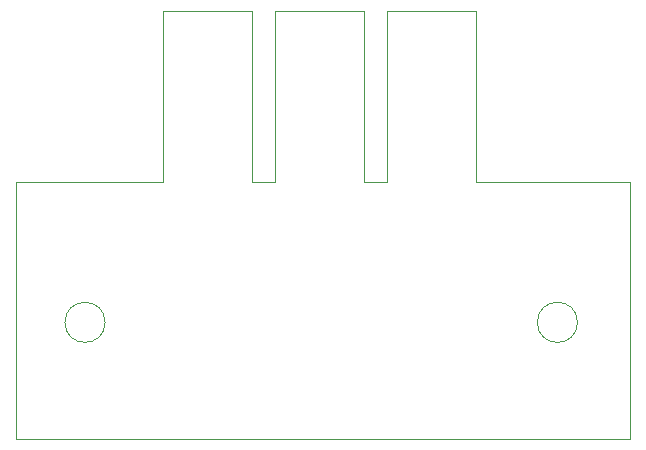
<source format=gbr>
%TF.GenerationSoftware,KiCad,Pcbnew,8.0.4*%
%TF.CreationDate,2024-08-07T12:52:17+02:00*%
%TF.ProjectId,bottom,626f7474-6f6d-42e6-9b69-6361645f7063,rev?*%
%TF.SameCoordinates,Original*%
%TF.FileFunction,Profile,NP*%
%FSLAX46Y46*%
G04 Gerber Fmt 4.6, Leading zero omitted, Abs format (unit mm)*
G04 Created by KiCad (PCBNEW 8.0.4) date 2024-08-07 12:52:17*
%MOMM*%
%LPD*%
G01*
G04 APERTURE LIST*
%TA.AperFunction,Profile*%
%ADD10C,0.100000*%
%TD*%
%TA.AperFunction,Profile*%
%ADD11C,0.050000*%
%TD*%
G04 APERTURE END LIST*
D10*
X193450000Y-101050000D02*
X185950000Y-101050000D01*
X202950000Y-115550000D02*
X216000000Y-115550000D01*
X185950000Y-115550000D02*
X183950000Y-115550000D01*
X164000000Y-137250000D02*
X164000000Y-115550000D01*
X176450000Y-101050000D02*
X176450000Y-115550000D01*
X183950000Y-115550000D02*
X183950000Y-101050000D01*
X195450000Y-101050000D02*
X195450000Y-115550000D01*
X164000000Y-115550000D02*
X176450000Y-115550000D01*
X203750000Y-137250000D02*
X164000000Y-137250000D01*
X216000000Y-115550000D02*
X216000000Y-137250000D01*
X216000000Y-137250000D02*
X203750000Y-137250000D01*
X183950000Y-101050000D02*
X176450000Y-101050000D01*
X202950000Y-115550000D02*
X202950000Y-101050000D01*
X185950000Y-101050000D02*
X185950000Y-115550000D01*
X195450000Y-115550000D02*
X193450000Y-115550000D01*
X202950000Y-101050000D02*
X195450000Y-101050000D01*
X193450000Y-115550000D02*
X193450000Y-101050000D01*
D11*
%TO.C,J1*%
X171544000Y-127400000D02*
G75*
G02*
X168144000Y-127400000I-1700000J0D01*
G01*
X168144000Y-127400000D02*
G75*
G02*
X171544000Y-127400000I1700000J0D01*
G01*
X211544000Y-127400000D02*
G75*
G02*
X208144000Y-127400000I-1700000J0D01*
G01*
X208144000Y-127400000D02*
G75*
G02*
X211544000Y-127400000I1700000J0D01*
G01*
%TD*%
M02*

</source>
